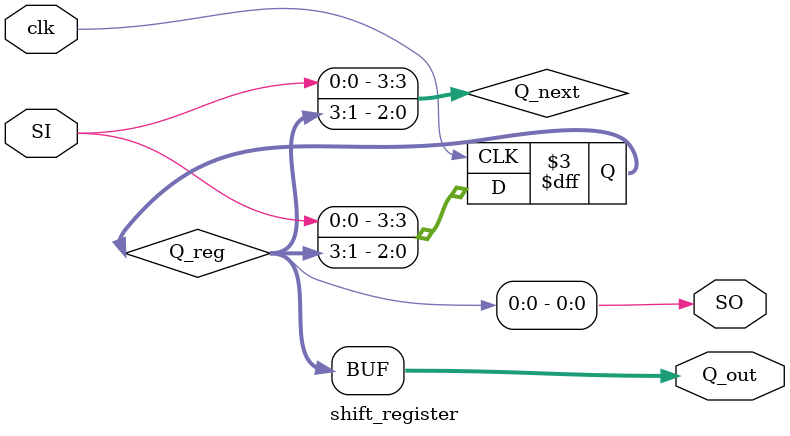
<source format=v>

module shift_register
#(parameter n = 4)
(
input SI,
input clk,
output [n-1:0]Q_out, // if we care about the full content and not just the last bit
output SO
);

reg[n-1:0]Q_reg, Q_next;


always @(posedge clk)
begin
	Q_reg <= Q_next;
end


// Next state logic
always @(SI, Q_reg)
begin
	// right shift
	Q_next = {SI, Q_reg[n-1:1]};

	// left shift
	// Q_next = {Q_reg[n-2:0], SI};
end

assign SO = Q_reg[0]; // for left shift that would be the MSB
assign Q_out = Q_reg;
endmodule


</source>
